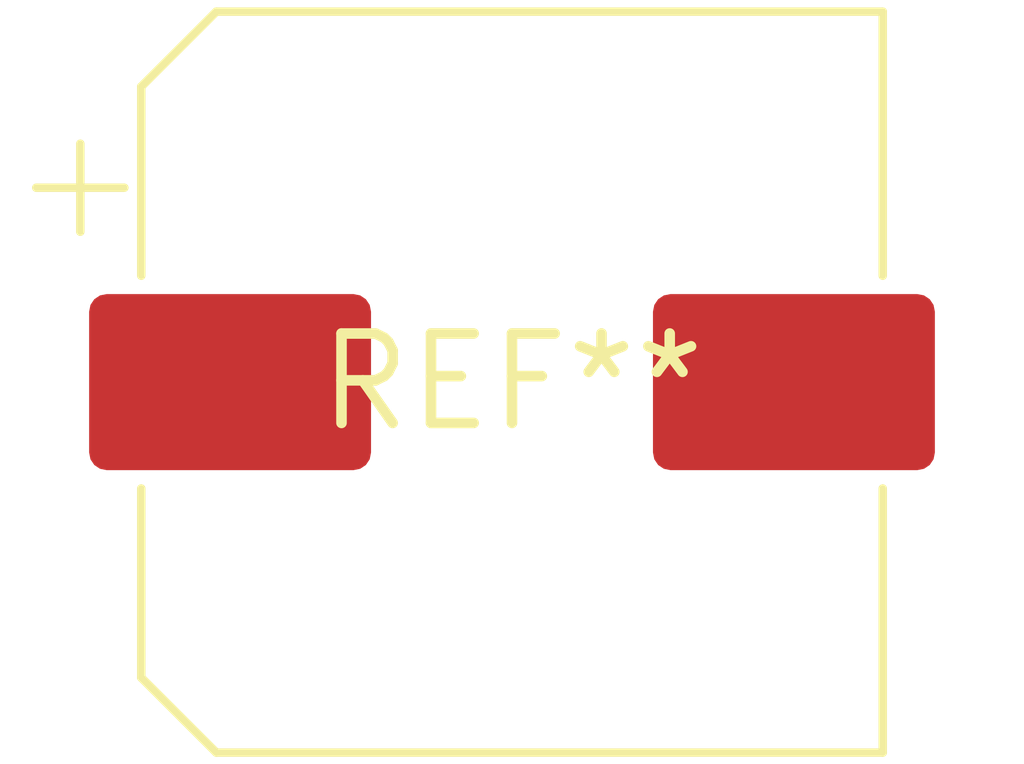
<source format=kicad_pcb>
(kicad_pcb (version 20240108) (generator pcbnew)
  (layers (0 "F.Cu" signal) (31 "B.Cu" signal) (34 "B.Paste" user) (35 "F.Paste" user) (36 "B.SilkS" user "B.Silkscreen") (37 "F.SilkS" user "F.Silkscreen") (38 "B.Mask" user) (39 "F.Mask" user) (44 "Edge.Cuts" user))
  (net 0 "")
  (footprint "CP_Elec_10x10" (layer "F.Cu") (at 0 0)
    (property "Reference" "REF**")
    (property "Value" "CP_Elec_10x10")
    (fp_line (start -6.75 -2.76) (end -5.5 -2.76) (layer "F.SilkS") (stroke (width 0.12)))
    (fp_line (start -6.125 -3.385) (end -6.125 -2.135) (layer "F.SilkS") (stroke (width 0.12)))
    (fp_line (start -5.26 -4.195563) (end -5.26 -1.51) (layer "F.SilkS") (stroke (width 0.12)))
    (fp_line (start -5.26 -4.195563) (end -4.195563 -5.26) (layer "F.SilkS") (stroke (width 0.12)))
    (fp_line (start -5.26 4.195563) (end -5.26 1.51) (layer "F.SilkS") (stroke (width 0.12)))
    (fp_line (start -5.26 4.195563) (end -4.195563 5.26) (layer "F.SilkS") (stroke (width 0.12)))
    (fp_line (start -4.195563 -5.26) (end 5.26 -5.26) (layer "F.SilkS") (stroke (width 0.12)))
    (fp_line (start -4.195563 5.26) (end 5.26 5.26) (layer "F.SilkS") (stroke (width 0.12)))
    (fp_line (start 5.26 -5.26) (end 5.26 -1.51) (layer "F.SilkS") (stroke (width 0.12)))
    (fp_line (start 5.26 5.26) (end 5.26 1.51) (layer "F.SilkS") (stroke (width 0.12)))
    (pad "1" smd roundrect (at -4 0) (size 4 2.5) (layers "F.Cu" "F.Paste" "F.Mask") (roundrect_rratio 0.1))
    (pad "2" smd roundrect (at 4 0) (size 4 2.5) (layers "F.Cu" "F.Paste" "F.Mask") (roundrect_rratio 0.1))
  )
)
</source>
